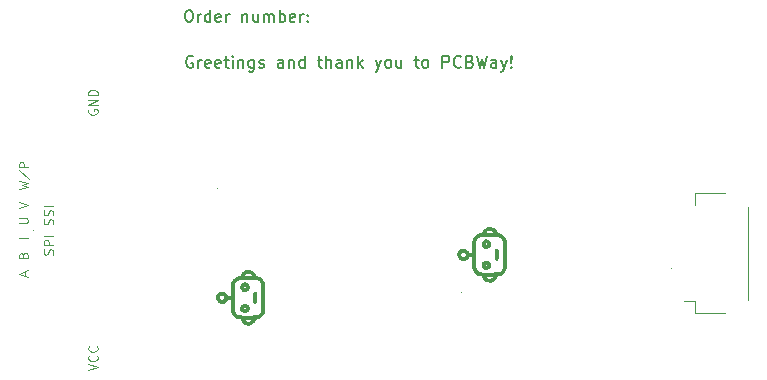
<source format=gto>
G04 #@! TF.GenerationSoftware,KiCad,Pcbnew,(5.1.6-0-10_14)*
G04 #@! TF.CreationDate,2021-04-13T12:38:31+02:00*
G04 #@! TF.ProjectId,Encoder_SPI_Panel,456e636f-6465-4725-9f53-50495f50616e,rev?*
G04 #@! TF.SameCoordinates,Original*
G04 #@! TF.FileFunction,Legend,Top*
G04 #@! TF.FilePolarity,Positive*
%FSLAX46Y46*%
G04 Gerber Fmt 4.6, Leading zero omitted, Abs format (unit mm)*
G04 Created by KiCad (PCBNEW (5.1.6-0-10_14)) date 2021-04-13 12:38:31*
%MOMM*%
%LPD*%
G01*
G04 APERTURE LIST*
%ADD10C,0.150000*%
%ADD11C,0.100000*%
%ADD12C,0.120000*%
%ADD13C,0.010000*%
G04 APERTURE END LIST*
D10*
X65655714Y-22850000D02*
X65560476Y-22802380D01*
X65417619Y-22802380D01*
X65274761Y-22850000D01*
X65179523Y-22945238D01*
X65131904Y-23040476D01*
X65084285Y-23230952D01*
X65084285Y-23373809D01*
X65131904Y-23564285D01*
X65179523Y-23659523D01*
X65274761Y-23754761D01*
X65417619Y-23802380D01*
X65512857Y-23802380D01*
X65655714Y-23754761D01*
X65703333Y-23707142D01*
X65703333Y-23373809D01*
X65512857Y-23373809D01*
X66131904Y-23802380D02*
X66131904Y-23135714D01*
X66131904Y-23326190D02*
X66179523Y-23230952D01*
X66227142Y-23183333D01*
X66322380Y-23135714D01*
X66417619Y-23135714D01*
X67131904Y-23754761D02*
X67036666Y-23802380D01*
X66846190Y-23802380D01*
X66750952Y-23754761D01*
X66703333Y-23659523D01*
X66703333Y-23278571D01*
X66750952Y-23183333D01*
X66846190Y-23135714D01*
X67036666Y-23135714D01*
X67131904Y-23183333D01*
X67179523Y-23278571D01*
X67179523Y-23373809D01*
X66703333Y-23469047D01*
X67989047Y-23754761D02*
X67893809Y-23802380D01*
X67703333Y-23802380D01*
X67608095Y-23754761D01*
X67560476Y-23659523D01*
X67560476Y-23278571D01*
X67608095Y-23183333D01*
X67703333Y-23135714D01*
X67893809Y-23135714D01*
X67989047Y-23183333D01*
X68036666Y-23278571D01*
X68036666Y-23373809D01*
X67560476Y-23469047D01*
X68322380Y-23135714D02*
X68703333Y-23135714D01*
X68465238Y-22802380D02*
X68465238Y-23659523D01*
X68512857Y-23754761D01*
X68608095Y-23802380D01*
X68703333Y-23802380D01*
X69036666Y-23802380D02*
X69036666Y-23135714D01*
X69036666Y-22802380D02*
X68989047Y-22850000D01*
X69036666Y-22897619D01*
X69084285Y-22850000D01*
X69036666Y-22802380D01*
X69036666Y-22897619D01*
X69512857Y-23135714D02*
X69512857Y-23802380D01*
X69512857Y-23230952D02*
X69560476Y-23183333D01*
X69655714Y-23135714D01*
X69798571Y-23135714D01*
X69893809Y-23183333D01*
X69941428Y-23278571D01*
X69941428Y-23802380D01*
X70846190Y-23135714D02*
X70846190Y-23945238D01*
X70798571Y-24040476D01*
X70750952Y-24088095D01*
X70655714Y-24135714D01*
X70512857Y-24135714D01*
X70417619Y-24088095D01*
X70846190Y-23754761D02*
X70750952Y-23802380D01*
X70560476Y-23802380D01*
X70465238Y-23754761D01*
X70417619Y-23707142D01*
X70370000Y-23611904D01*
X70370000Y-23326190D01*
X70417619Y-23230952D01*
X70465238Y-23183333D01*
X70560476Y-23135714D01*
X70750952Y-23135714D01*
X70846190Y-23183333D01*
X71274761Y-23754761D02*
X71370000Y-23802380D01*
X71560476Y-23802380D01*
X71655714Y-23754761D01*
X71703333Y-23659523D01*
X71703333Y-23611904D01*
X71655714Y-23516666D01*
X71560476Y-23469047D01*
X71417619Y-23469047D01*
X71322380Y-23421428D01*
X71274761Y-23326190D01*
X71274761Y-23278571D01*
X71322380Y-23183333D01*
X71417619Y-23135714D01*
X71560476Y-23135714D01*
X71655714Y-23183333D01*
X73322380Y-23802380D02*
X73322380Y-23278571D01*
X73274761Y-23183333D01*
X73179523Y-23135714D01*
X72989047Y-23135714D01*
X72893809Y-23183333D01*
X73322380Y-23754761D02*
X73227142Y-23802380D01*
X72989047Y-23802380D01*
X72893809Y-23754761D01*
X72846190Y-23659523D01*
X72846190Y-23564285D01*
X72893809Y-23469047D01*
X72989047Y-23421428D01*
X73227142Y-23421428D01*
X73322380Y-23373809D01*
X73798571Y-23135714D02*
X73798571Y-23802380D01*
X73798571Y-23230952D02*
X73846190Y-23183333D01*
X73941428Y-23135714D01*
X74084285Y-23135714D01*
X74179523Y-23183333D01*
X74227142Y-23278571D01*
X74227142Y-23802380D01*
X75131904Y-23802380D02*
X75131904Y-22802380D01*
X75131904Y-23754761D02*
X75036666Y-23802380D01*
X74846190Y-23802380D01*
X74750952Y-23754761D01*
X74703333Y-23707142D01*
X74655714Y-23611904D01*
X74655714Y-23326190D01*
X74703333Y-23230952D01*
X74750952Y-23183333D01*
X74846190Y-23135714D01*
X75036666Y-23135714D01*
X75131904Y-23183333D01*
X76227142Y-23135714D02*
X76608095Y-23135714D01*
X76370000Y-22802380D02*
X76370000Y-23659523D01*
X76417619Y-23754761D01*
X76512857Y-23802380D01*
X76608095Y-23802380D01*
X76941428Y-23802380D02*
X76941428Y-22802380D01*
X77370000Y-23802380D02*
X77370000Y-23278571D01*
X77322380Y-23183333D01*
X77227142Y-23135714D01*
X77084285Y-23135714D01*
X76989047Y-23183333D01*
X76941428Y-23230952D01*
X78274761Y-23802380D02*
X78274761Y-23278571D01*
X78227142Y-23183333D01*
X78131904Y-23135714D01*
X77941428Y-23135714D01*
X77846190Y-23183333D01*
X78274761Y-23754761D02*
X78179523Y-23802380D01*
X77941428Y-23802380D01*
X77846190Y-23754761D01*
X77798571Y-23659523D01*
X77798571Y-23564285D01*
X77846190Y-23469047D01*
X77941428Y-23421428D01*
X78179523Y-23421428D01*
X78274761Y-23373809D01*
X78750952Y-23135714D02*
X78750952Y-23802380D01*
X78750952Y-23230952D02*
X78798571Y-23183333D01*
X78893809Y-23135714D01*
X79036666Y-23135714D01*
X79131904Y-23183333D01*
X79179523Y-23278571D01*
X79179523Y-23802380D01*
X79655714Y-23802380D02*
X79655714Y-22802380D01*
X79750952Y-23421428D02*
X80036666Y-23802380D01*
X80036666Y-23135714D02*
X79655714Y-23516666D01*
X81131904Y-23135714D02*
X81370000Y-23802380D01*
X81608095Y-23135714D02*
X81370000Y-23802380D01*
X81274761Y-24040476D01*
X81227142Y-24088095D01*
X81131904Y-24135714D01*
X82131904Y-23802380D02*
X82036666Y-23754761D01*
X81989047Y-23707142D01*
X81941428Y-23611904D01*
X81941428Y-23326190D01*
X81989047Y-23230952D01*
X82036666Y-23183333D01*
X82131904Y-23135714D01*
X82274761Y-23135714D01*
X82370000Y-23183333D01*
X82417619Y-23230952D01*
X82465238Y-23326190D01*
X82465238Y-23611904D01*
X82417619Y-23707142D01*
X82370000Y-23754761D01*
X82274761Y-23802380D01*
X82131904Y-23802380D01*
X83322380Y-23135714D02*
X83322380Y-23802380D01*
X82893809Y-23135714D02*
X82893809Y-23659523D01*
X82941428Y-23754761D01*
X83036666Y-23802380D01*
X83179523Y-23802380D01*
X83274761Y-23754761D01*
X83322380Y-23707142D01*
X84417619Y-23135714D02*
X84798571Y-23135714D01*
X84560476Y-22802380D02*
X84560476Y-23659523D01*
X84608095Y-23754761D01*
X84703333Y-23802380D01*
X84798571Y-23802380D01*
X85274761Y-23802380D02*
X85179523Y-23754761D01*
X85131904Y-23707142D01*
X85084285Y-23611904D01*
X85084285Y-23326190D01*
X85131904Y-23230952D01*
X85179523Y-23183333D01*
X85274761Y-23135714D01*
X85417619Y-23135714D01*
X85512857Y-23183333D01*
X85560476Y-23230952D01*
X85608095Y-23326190D01*
X85608095Y-23611904D01*
X85560476Y-23707142D01*
X85512857Y-23754761D01*
X85417619Y-23802380D01*
X85274761Y-23802380D01*
X86798571Y-23802380D02*
X86798571Y-22802380D01*
X87179523Y-22802380D01*
X87274761Y-22850000D01*
X87322380Y-22897619D01*
X87369999Y-22992857D01*
X87369999Y-23135714D01*
X87322380Y-23230952D01*
X87274761Y-23278571D01*
X87179523Y-23326190D01*
X86798571Y-23326190D01*
X88369999Y-23707142D02*
X88322380Y-23754761D01*
X88179523Y-23802380D01*
X88084285Y-23802380D01*
X87941428Y-23754761D01*
X87846190Y-23659523D01*
X87798571Y-23564285D01*
X87750952Y-23373809D01*
X87750952Y-23230952D01*
X87798571Y-23040476D01*
X87846190Y-22945238D01*
X87941428Y-22850000D01*
X88084285Y-22802380D01*
X88179523Y-22802380D01*
X88322380Y-22850000D01*
X88369999Y-22897619D01*
X89131904Y-23278571D02*
X89274761Y-23326190D01*
X89322380Y-23373809D01*
X89369999Y-23469047D01*
X89369999Y-23611904D01*
X89322380Y-23707142D01*
X89274761Y-23754761D01*
X89179523Y-23802380D01*
X88798571Y-23802380D01*
X88798571Y-22802380D01*
X89131904Y-22802380D01*
X89227142Y-22850000D01*
X89274761Y-22897619D01*
X89322380Y-22992857D01*
X89322380Y-23088095D01*
X89274761Y-23183333D01*
X89227142Y-23230952D01*
X89131904Y-23278571D01*
X88798571Y-23278571D01*
X89703333Y-22802380D02*
X89941428Y-23802380D01*
X90131904Y-23088095D01*
X90322380Y-23802380D01*
X90560476Y-22802380D01*
X91369999Y-23802380D02*
X91369999Y-23278571D01*
X91322380Y-23183333D01*
X91227142Y-23135714D01*
X91036666Y-23135714D01*
X90941428Y-23183333D01*
X91369999Y-23754761D02*
X91274761Y-23802380D01*
X91036666Y-23802380D01*
X90941428Y-23754761D01*
X90893809Y-23659523D01*
X90893809Y-23564285D01*
X90941428Y-23469047D01*
X91036666Y-23421428D01*
X91274761Y-23421428D01*
X91369999Y-23373809D01*
X91750952Y-23135714D02*
X91989047Y-23802380D01*
X92227142Y-23135714D02*
X91989047Y-23802380D01*
X91893809Y-24040476D01*
X91846190Y-24088095D01*
X91750952Y-24135714D01*
X92608095Y-23707142D02*
X92655714Y-23754761D01*
X92608095Y-23802380D01*
X92560476Y-23754761D01*
X92608095Y-23707142D01*
X92608095Y-23802380D01*
X92608095Y-23421428D02*
X92560476Y-22850000D01*
X92608095Y-22802380D01*
X92655714Y-22850000D01*
X92608095Y-23421428D01*
X92608095Y-22802380D01*
X65243809Y-18932380D02*
X65434285Y-18932380D01*
X65529523Y-18980000D01*
X65624761Y-19075238D01*
X65672380Y-19265714D01*
X65672380Y-19599047D01*
X65624761Y-19789523D01*
X65529523Y-19884761D01*
X65434285Y-19932380D01*
X65243809Y-19932380D01*
X65148571Y-19884761D01*
X65053333Y-19789523D01*
X65005714Y-19599047D01*
X65005714Y-19265714D01*
X65053333Y-19075238D01*
X65148571Y-18980000D01*
X65243809Y-18932380D01*
X66100952Y-19932380D02*
X66100952Y-19265714D01*
X66100952Y-19456190D02*
X66148571Y-19360952D01*
X66196190Y-19313333D01*
X66291428Y-19265714D01*
X66386666Y-19265714D01*
X67148571Y-19932380D02*
X67148571Y-18932380D01*
X67148571Y-19884761D02*
X67053333Y-19932380D01*
X66862857Y-19932380D01*
X66767619Y-19884761D01*
X66720000Y-19837142D01*
X66672380Y-19741904D01*
X66672380Y-19456190D01*
X66720000Y-19360952D01*
X66767619Y-19313333D01*
X66862857Y-19265714D01*
X67053333Y-19265714D01*
X67148571Y-19313333D01*
X68005714Y-19884761D02*
X67910476Y-19932380D01*
X67720000Y-19932380D01*
X67624761Y-19884761D01*
X67577142Y-19789523D01*
X67577142Y-19408571D01*
X67624761Y-19313333D01*
X67720000Y-19265714D01*
X67910476Y-19265714D01*
X68005714Y-19313333D01*
X68053333Y-19408571D01*
X68053333Y-19503809D01*
X67577142Y-19599047D01*
X68481904Y-19932380D02*
X68481904Y-19265714D01*
X68481904Y-19456190D02*
X68529523Y-19360952D01*
X68577142Y-19313333D01*
X68672380Y-19265714D01*
X68767619Y-19265714D01*
X69862857Y-19265714D02*
X69862857Y-19932380D01*
X69862857Y-19360952D02*
X69910476Y-19313333D01*
X70005714Y-19265714D01*
X70148571Y-19265714D01*
X70243809Y-19313333D01*
X70291428Y-19408571D01*
X70291428Y-19932380D01*
X71196190Y-19265714D02*
X71196190Y-19932380D01*
X70767619Y-19265714D02*
X70767619Y-19789523D01*
X70815238Y-19884761D01*
X70910476Y-19932380D01*
X71053333Y-19932380D01*
X71148571Y-19884761D01*
X71196190Y-19837142D01*
X71672380Y-19932380D02*
X71672380Y-19265714D01*
X71672380Y-19360952D02*
X71720000Y-19313333D01*
X71815238Y-19265714D01*
X71958095Y-19265714D01*
X72053333Y-19313333D01*
X72100952Y-19408571D01*
X72100952Y-19932380D01*
X72100952Y-19408571D02*
X72148571Y-19313333D01*
X72243809Y-19265714D01*
X72386666Y-19265714D01*
X72481904Y-19313333D01*
X72529523Y-19408571D01*
X72529523Y-19932380D01*
X73005714Y-19932380D02*
X73005714Y-18932380D01*
X73005714Y-19313333D02*
X73100952Y-19265714D01*
X73291428Y-19265714D01*
X73386666Y-19313333D01*
X73434285Y-19360952D01*
X73481904Y-19456190D01*
X73481904Y-19741904D01*
X73434285Y-19837142D01*
X73386666Y-19884761D01*
X73291428Y-19932380D01*
X73100952Y-19932380D01*
X73005714Y-19884761D01*
X74291428Y-19884761D02*
X74196190Y-19932380D01*
X74005714Y-19932380D01*
X73910476Y-19884761D01*
X73862857Y-19789523D01*
X73862857Y-19408571D01*
X73910476Y-19313333D01*
X74005714Y-19265714D01*
X74196190Y-19265714D01*
X74291428Y-19313333D01*
X74339047Y-19408571D01*
X74339047Y-19503809D01*
X73862857Y-19599047D01*
X74767619Y-19932380D02*
X74767619Y-19265714D01*
X74767619Y-19456190D02*
X74815238Y-19360952D01*
X74862857Y-19313333D01*
X74958095Y-19265714D01*
X75053333Y-19265714D01*
X75386666Y-19837142D02*
X75434285Y-19884761D01*
X75386666Y-19932380D01*
X75339047Y-19884761D01*
X75386666Y-19837142D01*
X75386666Y-19932380D01*
X75386666Y-19313333D02*
X75434285Y-19360952D01*
X75386666Y-19408571D01*
X75339047Y-19360952D01*
X75386666Y-19313333D01*
X75386666Y-19408571D01*
D11*
X51467062Y-41420426D02*
X51467062Y-41039473D01*
X51667062Y-41496616D02*
X50967062Y-41229950D01*
X51667062Y-40963283D01*
X51300396Y-39662807D02*
X51333729Y-39548521D01*
X51367062Y-39510426D01*
X51433729Y-39472330D01*
X51533729Y-39472330D01*
X51600396Y-39510426D01*
X51633729Y-39548521D01*
X51667062Y-39624711D01*
X51667062Y-39929473D01*
X50967062Y-39929473D01*
X50967062Y-39662807D01*
X51000396Y-39586616D01*
X51033729Y-39548521D01*
X51100396Y-39510426D01*
X51167062Y-39510426D01*
X51233729Y-39548521D01*
X51267062Y-39586616D01*
X51300396Y-39662807D01*
X51300396Y-39929473D01*
X51667062Y-38229950D02*
X50967062Y-38229950D01*
X50977062Y-35666616D02*
X51677062Y-35399950D01*
X50977062Y-35133283D01*
X50977062Y-36978521D02*
X51543729Y-36978521D01*
X51610396Y-36940426D01*
X51643729Y-36902330D01*
X51677062Y-36826140D01*
X51677062Y-36673759D01*
X51643729Y-36597569D01*
X51610396Y-36559473D01*
X51543729Y-36521378D01*
X50977062Y-36521378D01*
X50967062Y-34060664D02*
X51667062Y-33870188D01*
X51167062Y-33717807D01*
X51667062Y-33565426D01*
X50967062Y-33374950D01*
X50933729Y-32498759D02*
X51833729Y-33184473D01*
X51667062Y-32232092D02*
X50967062Y-32232092D01*
X50967062Y-31927330D01*
X51000396Y-31851140D01*
X51033729Y-31813045D01*
X51100396Y-31774950D01*
X51200396Y-31774950D01*
X51267062Y-31813045D01*
X51300396Y-31851140D01*
X51333729Y-31927330D01*
X51333729Y-32232092D01*
X56840396Y-27339473D02*
X56802300Y-27415664D01*
X56802300Y-27529950D01*
X56840396Y-27644235D01*
X56916586Y-27720426D01*
X56992776Y-27758521D01*
X57145157Y-27796616D01*
X57259443Y-27796616D01*
X57411824Y-27758521D01*
X57488015Y-27720426D01*
X57564205Y-27644235D01*
X57602300Y-27529950D01*
X57602300Y-27453759D01*
X57564205Y-27339473D01*
X57526110Y-27301378D01*
X57259443Y-27301378D01*
X57259443Y-27453759D01*
X57602300Y-26958521D02*
X56802300Y-26958521D01*
X57602300Y-26501378D01*
X56802300Y-26501378D01*
X57602300Y-26120426D02*
X56802300Y-26120426D01*
X56802300Y-25929950D01*
X56840396Y-25815664D01*
X56916586Y-25739473D01*
X56992776Y-25701378D01*
X57145157Y-25663283D01*
X57259443Y-25663283D01*
X57411824Y-25701378D01*
X57488015Y-25739473D01*
X57564205Y-25815664D01*
X57602300Y-25929950D01*
X57602300Y-26120426D01*
X56802300Y-49426616D02*
X57602300Y-49159950D01*
X56802300Y-48893283D01*
X57526110Y-48169473D02*
X57564205Y-48207569D01*
X57602300Y-48321854D01*
X57602300Y-48398045D01*
X57564205Y-48512330D01*
X57488015Y-48588521D01*
X57411824Y-48626616D01*
X57259443Y-48664711D01*
X57145157Y-48664711D01*
X56992776Y-48626616D01*
X56916586Y-48588521D01*
X56840396Y-48512330D01*
X56802300Y-48398045D01*
X56802300Y-48321854D01*
X56840396Y-48207569D01*
X56878491Y-48169473D01*
X57526110Y-47369473D02*
X57564205Y-47407569D01*
X57602300Y-47521854D01*
X57602300Y-47598045D01*
X57564205Y-47712330D01*
X57488015Y-47788521D01*
X57411824Y-47826616D01*
X57259443Y-47864711D01*
X57145157Y-47864711D01*
X56992776Y-47826616D01*
X56916586Y-47788521D01*
X56840396Y-47712330D01*
X56802300Y-47598045D01*
X56802300Y-47521854D01*
X56840396Y-47407569D01*
X56878491Y-47369473D01*
X53794205Y-39626140D02*
X53832300Y-39511854D01*
X53832300Y-39321378D01*
X53794205Y-39245188D01*
X53756110Y-39207092D01*
X53679919Y-39168997D01*
X53603729Y-39168997D01*
X53527538Y-39207092D01*
X53489443Y-39245188D01*
X53451348Y-39321378D01*
X53413253Y-39473759D01*
X53375157Y-39549950D01*
X53337062Y-39588045D01*
X53260872Y-39626140D01*
X53184681Y-39626140D01*
X53108491Y-39588045D01*
X53070396Y-39549950D01*
X53032300Y-39473759D01*
X53032300Y-39283283D01*
X53070396Y-39168997D01*
X53832300Y-38826140D02*
X53032300Y-38826140D01*
X53032300Y-38521378D01*
X53070396Y-38445188D01*
X53108491Y-38407092D01*
X53184681Y-38368997D01*
X53298967Y-38368997D01*
X53375157Y-38407092D01*
X53413253Y-38445188D01*
X53451348Y-38521378D01*
X53451348Y-38826140D01*
X53832300Y-38026140D02*
X53032300Y-38026140D01*
X53794205Y-37073759D02*
X53832300Y-36959473D01*
X53832300Y-36768997D01*
X53794205Y-36692807D01*
X53756110Y-36654711D01*
X53679919Y-36616616D01*
X53603729Y-36616616D01*
X53527538Y-36654711D01*
X53489443Y-36692807D01*
X53451348Y-36768997D01*
X53413253Y-36921378D01*
X53375157Y-36997569D01*
X53337062Y-37035664D01*
X53260872Y-37073759D01*
X53184681Y-37073759D01*
X53108491Y-37035664D01*
X53070396Y-36997569D01*
X53032300Y-36921378D01*
X53032300Y-36730902D01*
X53070396Y-36616616D01*
X53794205Y-36311854D02*
X53832300Y-36197569D01*
X53832300Y-36007092D01*
X53794205Y-35930902D01*
X53756110Y-35892807D01*
X53679919Y-35854711D01*
X53603729Y-35854711D01*
X53527538Y-35892807D01*
X53489443Y-35930902D01*
X53451348Y-36007092D01*
X53413253Y-36159473D01*
X53375157Y-36235664D01*
X53337062Y-36273759D01*
X53260872Y-36311854D01*
X53184681Y-36311854D01*
X53108491Y-36273759D01*
X53070396Y-36235664D01*
X53032300Y-36159473D01*
X53032300Y-35968997D01*
X53070396Y-35854711D01*
X53832300Y-35511854D02*
X53032300Y-35511854D01*
X106223450Y-40774950D02*
G75*
G03*
X106223450Y-40774950I-50000J0D01*
G01*
D12*
X110718450Y-44609950D02*
X108218450Y-44609950D01*
X108218450Y-44609950D02*
X108218450Y-43559950D01*
X108218450Y-43559950D02*
X107228450Y-43559950D01*
X110718450Y-34389950D02*
X108218450Y-34389950D01*
X108218450Y-34389950D02*
X108218450Y-35439950D01*
X112688450Y-43439950D02*
X112688450Y-35559950D01*
D11*
X88463051Y-42799999D02*
G75*
G03*
X88463051Y-42799999I-50000J0D01*
G01*
D13*
G36*
X90117974Y-38613561D02*
G01*
X90147068Y-38539637D01*
X90191770Y-38472407D01*
X90223817Y-38438501D01*
X90273355Y-38396951D01*
X90320235Y-38369317D01*
X90370772Y-38353195D01*
X90431280Y-38346187D01*
X90468811Y-38345346D01*
X90517997Y-38346088D01*
X90553808Y-38349248D01*
X90583152Y-38356035D01*
X90612939Y-38367658D01*
X90623207Y-38372369D01*
X90691301Y-38414818D01*
X90750312Y-38472425D01*
X90795508Y-38540495D01*
X90798214Y-38545903D01*
X90819223Y-38605522D01*
X90830424Y-38673895D01*
X90831162Y-38742835D01*
X90820777Y-38804154D01*
X90819333Y-38808839D01*
X90785500Y-38882285D01*
X90735414Y-38948050D01*
X90672773Y-39002315D01*
X90601274Y-39041265D01*
X90590073Y-39045529D01*
X90530714Y-39058811D01*
X90467159Y-39061280D01*
X90467159Y-38812599D01*
X90503754Y-38809867D01*
X90529330Y-38799786D01*
X90544415Y-38787759D01*
X90571279Y-38750260D01*
X90582246Y-38706748D01*
X90576956Y-38662929D01*
X90555049Y-38624507D01*
X90554744Y-38624168D01*
X90519168Y-38598177D01*
X90477623Y-38587926D01*
X90435571Y-38592993D01*
X90398476Y-38612956D01*
X90376923Y-38637893D01*
X90358844Y-38684254D01*
X90360103Y-38729981D01*
X90380482Y-38771917D01*
X90386697Y-38779419D01*
X90407846Y-38799964D01*
X90428834Y-38809739D01*
X90458868Y-38812542D01*
X90467159Y-38812599D01*
X90467159Y-39061280D01*
X90462315Y-39061469D01*
X90392828Y-39054026D01*
X90330203Y-39037001D01*
X90307716Y-39027044D01*
X90236567Y-38979486D01*
X90179068Y-38917548D01*
X90136555Y-38843013D01*
X90112007Y-38765695D01*
X90105837Y-38690229D01*
X90117974Y-38613561D01*
G37*
X90117974Y-38613561D02*
X90147068Y-38539637D01*
X90191770Y-38472407D01*
X90223817Y-38438501D01*
X90273355Y-38396951D01*
X90320235Y-38369317D01*
X90370772Y-38353195D01*
X90431280Y-38346187D01*
X90468811Y-38345346D01*
X90517997Y-38346088D01*
X90553808Y-38349248D01*
X90583152Y-38356035D01*
X90612939Y-38367658D01*
X90623207Y-38372369D01*
X90691301Y-38414818D01*
X90750312Y-38472425D01*
X90795508Y-38540495D01*
X90798214Y-38545903D01*
X90819223Y-38605522D01*
X90830424Y-38673895D01*
X90831162Y-38742835D01*
X90820777Y-38804154D01*
X90819333Y-38808839D01*
X90785500Y-38882285D01*
X90735414Y-38948050D01*
X90672773Y-39002315D01*
X90601274Y-39041265D01*
X90590073Y-39045529D01*
X90530714Y-39058811D01*
X90467159Y-39061280D01*
X90467159Y-38812599D01*
X90503754Y-38809867D01*
X90529330Y-38799786D01*
X90544415Y-38787759D01*
X90571279Y-38750260D01*
X90582246Y-38706748D01*
X90576956Y-38662929D01*
X90555049Y-38624507D01*
X90554744Y-38624168D01*
X90519168Y-38598177D01*
X90477623Y-38587926D01*
X90435571Y-38592993D01*
X90398476Y-38612956D01*
X90376923Y-38637893D01*
X90358844Y-38684254D01*
X90360103Y-38729981D01*
X90380482Y-38771917D01*
X90386697Y-38779419D01*
X90407846Y-38799964D01*
X90428834Y-38809739D01*
X90458868Y-38812542D01*
X90467159Y-38812599D01*
X90467159Y-39061280D01*
X90462315Y-39061469D01*
X90392828Y-39054026D01*
X90330203Y-39037001D01*
X90307716Y-39027044D01*
X90236567Y-38979486D01*
X90179068Y-38917548D01*
X90136555Y-38843013D01*
X90112007Y-38765695D01*
X90105837Y-38690229D01*
X90117974Y-38613561D01*
G36*
X90109792Y-40452963D02*
G01*
X90114697Y-40417724D01*
X90125372Y-40384162D01*
X90140325Y-40350303D01*
X90186805Y-40273758D01*
X90247041Y-40212126D01*
X90308444Y-40171846D01*
X90334850Y-40158896D01*
X90358623Y-40150619D01*
X90385585Y-40145989D01*
X90421560Y-40143979D01*
X90468811Y-40143559D01*
X90517527Y-40143919D01*
X90551955Y-40145818D01*
X90578124Y-40150485D01*
X90602062Y-40159148D01*
X90629800Y-40173037D01*
X90639763Y-40178407D01*
X90711279Y-40227832D01*
X90767136Y-40289347D01*
X90806275Y-40361288D01*
X90827636Y-40441997D01*
X90831060Y-40478284D01*
X90830828Y-40522976D01*
X90826866Y-40567259D01*
X90821153Y-40596901D01*
X90789751Y-40671872D01*
X90741520Y-40738465D01*
X90679198Y-40793764D01*
X90605526Y-40834860D01*
X90592280Y-40840145D01*
X90531225Y-40854920D01*
X90482973Y-40857528D01*
X90482973Y-40611774D01*
X90522447Y-40600460D01*
X90553665Y-40576343D01*
X90574547Y-40542975D01*
X90583017Y-40503904D01*
X90576998Y-40462680D01*
X90554411Y-40422854D01*
X90548708Y-40416408D01*
X90513967Y-40392326D01*
X90474381Y-40384474D01*
X90434470Y-40391049D01*
X90398752Y-40410247D01*
X90371745Y-40440264D01*
X90357967Y-40479297D01*
X90357088Y-40492910D01*
X90365939Y-40540382D01*
X90390566Y-40578564D01*
X90428243Y-40603587D01*
X90437318Y-40606737D01*
X90482973Y-40611774D01*
X90482973Y-40857528D01*
X90461590Y-40858685D01*
X90391703Y-40851703D01*
X90329892Y-40834235D01*
X90324023Y-40831720D01*
X90267299Y-40797753D01*
X90212808Y-40749679D01*
X90166384Y-40693385D01*
X90137709Y-40643659D01*
X90121743Y-40604495D01*
X90112857Y-40569084D01*
X90109175Y-40528074D01*
X90108685Y-40499159D01*
X90109792Y-40452963D01*
G37*
X90109792Y-40452963D02*
X90114697Y-40417724D01*
X90125372Y-40384162D01*
X90140325Y-40350303D01*
X90186805Y-40273758D01*
X90247041Y-40212126D01*
X90308444Y-40171846D01*
X90334850Y-40158896D01*
X90358623Y-40150619D01*
X90385585Y-40145989D01*
X90421560Y-40143979D01*
X90468811Y-40143559D01*
X90517527Y-40143919D01*
X90551955Y-40145818D01*
X90578124Y-40150485D01*
X90602062Y-40159148D01*
X90629800Y-40173037D01*
X90639763Y-40178407D01*
X90711279Y-40227832D01*
X90767136Y-40289347D01*
X90806275Y-40361288D01*
X90827636Y-40441997D01*
X90831060Y-40478284D01*
X90830828Y-40522976D01*
X90826866Y-40567259D01*
X90821153Y-40596901D01*
X90789751Y-40671872D01*
X90741520Y-40738465D01*
X90679198Y-40793764D01*
X90605526Y-40834860D01*
X90592280Y-40840145D01*
X90531225Y-40854920D01*
X90482973Y-40857528D01*
X90482973Y-40611774D01*
X90522447Y-40600460D01*
X90553665Y-40576343D01*
X90574547Y-40542975D01*
X90583017Y-40503904D01*
X90576998Y-40462680D01*
X90554411Y-40422854D01*
X90548708Y-40416408D01*
X90513967Y-40392326D01*
X90474381Y-40384474D01*
X90434470Y-40391049D01*
X90398752Y-40410247D01*
X90371745Y-40440264D01*
X90357967Y-40479297D01*
X90357088Y-40492910D01*
X90365939Y-40540382D01*
X90390566Y-40578564D01*
X90428243Y-40603587D01*
X90437318Y-40606737D01*
X90482973Y-40611774D01*
X90482973Y-40857528D01*
X90461590Y-40858685D01*
X90391703Y-40851703D01*
X90329892Y-40834235D01*
X90324023Y-40831720D01*
X90267299Y-40797753D01*
X90212808Y-40749679D01*
X90166384Y-40693385D01*
X90137709Y-40643659D01*
X90121743Y-40604495D01*
X90112857Y-40569084D01*
X90109175Y-40528074D01*
X90108685Y-40499159D01*
X90109792Y-40452963D01*
G36*
X91211125Y-39490351D02*
G01*
X91212046Y-39418022D01*
X91213445Y-39353171D01*
X91215324Y-39298888D01*
X91217681Y-39258259D01*
X91220517Y-39234374D01*
X91221004Y-39232353D01*
X91242804Y-39188585D01*
X91278306Y-39158082D01*
X91323888Y-39143606D01*
X91338419Y-39142799D01*
X91370627Y-39145700D01*
X91396364Y-39157160D01*
X91421460Y-39177569D01*
X91459411Y-39212339D01*
X91461913Y-39586509D01*
X91462474Y-39686108D01*
X91462650Y-39767410D01*
X91462377Y-39832437D01*
X91461591Y-39883211D01*
X91460225Y-39921752D01*
X91458215Y-39950082D01*
X91455497Y-39970223D01*
X91452006Y-39984194D01*
X91448921Y-39991681D01*
X91420861Y-40027255D01*
X91382110Y-40049563D01*
X91338101Y-40057457D01*
X91294273Y-40049785D01*
X91262367Y-40031146D01*
X91238689Y-40003630D01*
X91222058Y-39971099D01*
X91221004Y-39967646D01*
X91218093Y-39946659D01*
X91215661Y-39908446D01*
X91213707Y-39856095D01*
X91212233Y-39792693D01*
X91211237Y-39721330D01*
X91210721Y-39645093D01*
X91210684Y-39567071D01*
X91211125Y-39490351D01*
G37*
X91211125Y-39490351D02*
X91212046Y-39418022D01*
X91213445Y-39353171D01*
X91215324Y-39298888D01*
X91217681Y-39258259D01*
X91220517Y-39234374D01*
X91221004Y-39232353D01*
X91242804Y-39188585D01*
X91278306Y-39158082D01*
X91323888Y-39143606D01*
X91338419Y-39142799D01*
X91370627Y-39145700D01*
X91396364Y-39157160D01*
X91421460Y-39177569D01*
X91459411Y-39212339D01*
X91461913Y-39586509D01*
X91462474Y-39686108D01*
X91462650Y-39767410D01*
X91462377Y-39832437D01*
X91461591Y-39883211D01*
X91460225Y-39921752D01*
X91458215Y-39950082D01*
X91455497Y-39970223D01*
X91452006Y-39984194D01*
X91448921Y-39991681D01*
X91420861Y-40027255D01*
X91382110Y-40049563D01*
X91338101Y-40057457D01*
X91294273Y-40049785D01*
X91262367Y-40031146D01*
X91238689Y-40003630D01*
X91222058Y-39971099D01*
X91221004Y-39967646D01*
X91218093Y-39946659D01*
X91215661Y-39908446D01*
X91213707Y-39856095D01*
X91212233Y-39792693D01*
X91211237Y-39721330D01*
X91210721Y-39645093D01*
X91210684Y-39567071D01*
X91211125Y-39490351D01*
G36*
X88069778Y-39502186D02*
G01*
X88096805Y-39413507D01*
X88142521Y-39331785D01*
X88207475Y-39255779D01*
X88216864Y-39246722D01*
X88285086Y-39191879D01*
X88357420Y-39153869D01*
X88437302Y-39131499D01*
X88528168Y-39123571D01*
X88568883Y-39124197D01*
X88617727Y-39126855D01*
X88653854Y-39131414D01*
X88684866Y-39139704D01*
X88718364Y-39153556D01*
X88745951Y-39166844D01*
X88829988Y-39218049D01*
X88898436Y-39281544D01*
X88953169Y-39359228D01*
X88972491Y-39396485D01*
X89010851Y-39477528D01*
X89170871Y-39477804D01*
X89330891Y-39478079D01*
X89331067Y-38982779D01*
X89331191Y-38860904D01*
X89331574Y-38757361D01*
X89332370Y-38670164D01*
X89333734Y-38597327D01*
X89335820Y-38536862D01*
X89338784Y-38486784D01*
X89342779Y-38445105D01*
X89347962Y-38409839D01*
X89354485Y-38378998D01*
X89362505Y-38350597D01*
X89372175Y-38322648D01*
X89383652Y-38293165D01*
X89385041Y-38289718D01*
X89425892Y-38202870D01*
X89475660Y-38125589D01*
X89539076Y-38050755D01*
X89554411Y-38034846D01*
X89648714Y-37952439D01*
X89751687Y-37888406D01*
X89847196Y-37848030D01*
X89910500Y-37830016D01*
X89982042Y-37815235D01*
X90052791Y-37805265D01*
X90112815Y-37801679D01*
X90138433Y-37800120D01*
X90150892Y-37791475D01*
X90157321Y-37769796D01*
X90158473Y-37763579D01*
X90172105Y-37716861D01*
X90196288Y-37661233D01*
X90227781Y-37602710D01*
X90263340Y-37547301D01*
X90299723Y-37501018D01*
X90300683Y-37499955D01*
X90370837Y-37433803D01*
X90452154Y-37375748D01*
X90537661Y-37330486D01*
X90573701Y-37316222D01*
X90647395Y-37297145D01*
X90731721Y-37286497D01*
X90818645Y-37284686D01*
X90900129Y-37292117D01*
X90931091Y-37298160D01*
X91034788Y-37332616D01*
X91131326Y-37384619D01*
X91218357Y-37451976D01*
X91293532Y-37532493D01*
X91354504Y-37623976D01*
X91398924Y-37724231D01*
X91404094Y-37740150D01*
X91415825Y-37771811D01*
X91427990Y-37794997D01*
X91435318Y-37802871D01*
X91451818Y-37807707D01*
X91482111Y-37813995D01*
X91519859Y-37820428D01*
X91522582Y-37820845D01*
X91631424Y-37847412D01*
X91735299Y-37892337D01*
X91832210Y-37953877D01*
X91920160Y-38030287D01*
X91997151Y-38119825D01*
X92061187Y-38220745D01*
X92110268Y-38331305D01*
X92111604Y-38335079D01*
X92140131Y-38416359D01*
X92141989Y-39574599D01*
X92142245Y-39760294D01*
X92142379Y-39926693D01*
X92142381Y-40074821D01*
X92142242Y-40205703D01*
X92141951Y-40320363D01*
X92141500Y-40419826D01*
X92140877Y-40505116D01*
X92140074Y-40577258D01*
X92139082Y-40637275D01*
X92137889Y-40686193D01*
X92136486Y-40725036D01*
X92134865Y-40754829D01*
X92133014Y-40776595D01*
X92130924Y-40791360D01*
X92130425Y-40793799D01*
X92096342Y-40904485D01*
X92045377Y-41008517D01*
X91979588Y-41103917D01*
X91901030Y-41188704D01*
X91811759Y-41260898D01*
X91713830Y-41318520D01*
X91609301Y-41359589D01*
X91522582Y-41379154D01*
X91484553Y-41385549D01*
X91453541Y-41391889D01*
X91435884Y-41396868D01*
X91435318Y-41397128D01*
X91424874Y-41410011D01*
X91412510Y-41436098D01*
X91404094Y-41459849D01*
X91369131Y-41549041D01*
X91320903Y-41630204D01*
X91256386Y-41708184D01*
X91236361Y-41728745D01*
X91151706Y-41802096D01*
X91063047Y-41856409D01*
X90968105Y-41892557D01*
X90864601Y-41911414D01*
X90764157Y-41913736D01*
X90764157Y-41669700D01*
X90844170Y-41664992D01*
X90845202Y-41664802D01*
X90934158Y-41639302D01*
X91011467Y-41598458D01*
X91066976Y-41552028D01*
X91094632Y-41520201D01*
X91120999Y-41484049D01*
X91142746Y-41448822D01*
X91156541Y-41419770D01*
X91159682Y-41405939D01*
X91149897Y-41404214D01*
X91122028Y-41402625D01*
X91078312Y-41401218D01*
X91020983Y-41400039D01*
X90952280Y-41399133D01*
X90874437Y-41398545D01*
X90789691Y-41398320D01*
X90783771Y-41398319D01*
X90698638Y-41398461D01*
X90620258Y-41398862D01*
X90550865Y-41399492D01*
X90492696Y-41400319D01*
X90491875Y-41400337D01*
X90491875Y-41142739D01*
X90638069Y-41142528D01*
X90769159Y-41142103D01*
X91500051Y-41139239D01*
X91559387Y-41115307D01*
X91653488Y-41067106D01*
X91734568Y-41004380D01*
X91801253Y-40928756D01*
X91852168Y-40841860D01*
X91885940Y-40745319D01*
X91890987Y-40722679D01*
X91892352Y-40705729D01*
X91893609Y-40670105D01*
X91894759Y-40617455D01*
X91895800Y-40549426D01*
X91896732Y-40467664D01*
X91897553Y-40373817D01*
X91898265Y-40269530D01*
X91898865Y-40156452D01*
X91899353Y-40036227D01*
X91899728Y-39910504D01*
X91899991Y-39780930D01*
X91900139Y-39649150D01*
X91900173Y-39516812D01*
X91900092Y-39385562D01*
X91899895Y-39257048D01*
X91899581Y-39132915D01*
X91899150Y-39014812D01*
X91898601Y-38904384D01*
X91897934Y-38803278D01*
X91897147Y-38713142D01*
X91896240Y-38635622D01*
X91895213Y-38572364D01*
X91894065Y-38525016D01*
X91892795Y-38495224D01*
X91891890Y-38485985D01*
X91862915Y-38385229D01*
X91816687Y-38294492D01*
X91754342Y-38215145D01*
X91677016Y-38148558D01*
X91585844Y-38096100D01*
X91559387Y-38084692D01*
X91500051Y-38060759D01*
X90777969Y-38057931D01*
X90777969Y-37801679D01*
X91161060Y-37801679D01*
X91154416Y-37778819D01*
X91145333Y-37758496D01*
X91128407Y-37728666D01*
X91110753Y-37701022D01*
X91055325Y-37635676D01*
X90989331Y-37585895D01*
X90915533Y-37551907D01*
X90836697Y-37533939D01*
X90755584Y-37532219D01*
X90674960Y-37546974D01*
X90597587Y-37578434D01*
X90526228Y-37626825D01*
X90500262Y-37650698D01*
X90477425Y-37676928D01*
X90453321Y-37709885D01*
X90431404Y-37744131D01*
X90415126Y-37774229D01*
X90407938Y-37794739D01*
X90407851Y-37796262D01*
X90417638Y-37797488D01*
X90445511Y-37798616D01*
X90489236Y-37799616D01*
X90546579Y-37800454D01*
X90615304Y-37801099D01*
X90693179Y-37801518D01*
X90777969Y-37801679D01*
X90777969Y-38057931D01*
X90769159Y-38057896D01*
X90600948Y-38057400D01*
X90453017Y-38057309D01*
X90325331Y-38057623D01*
X90217855Y-38058344D01*
X90130552Y-38059471D01*
X90063389Y-38061005D01*
X90016328Y-38062946D01*
X89989335Y-38065294D01*
X89986179Y-38065846D01*
X89896198Y-38094618D01*
X89812432Y-38141147D01*
X89737320Y-38203228D01*
X89673302Y-38278652D01*
X89622816Y-38365212D01*
X89603246Y-38412432D01*
X89579811Y-38477319D01*
X89576861Y-39539039D01*
X89576457Y-39721934D01*
X89576294Y-39891294D01*
X89576368Y-40046408D01*
X89576674Y-40186563D01*
X89577209Y-40311049D01*
X89577967Y-40419154D01*
X89578943Y-40510165D01*
X89580134Y-40583371D01*
X89581535Y-40638060D01*
X89583142Y-40673520D01*
X89584078Y-40684300D01*
X89603154Y-40779841D01*
X89636805Y-40864408D01*
X89687052Y-40942057D01*
X89743753Y-41005093D01*
X89797716Y-41048955D01*
X89863628Y-41088413D01*
X89933120Y-41118988D01*
X89984171Y-41133736D01*
X90004953Y-41136182D01*
X90042150Y-41138232D01*
X90096263Y-41139892D01*
X90167791Y-41141167D01*
X90257236Y-41142063D01*
X90365097Y-41142585D01*
X90491875Y-41142739D01*
X90491875Y-41400337D01*
X90447988Y-41401309D01*
X90418976Y-41402431D01*
X90407897Y-41403652D01*
X90407851Y-41403737D01*
X90412081Y-41415096D01*
X90422960Y-41438532D01*
X90432773Y-41458338D01*
X90477771Y-41525863D01*
X90537045Y-41582582D01*
X90606958Y-41626674D01*
X90683874Y-41656321D01*
X90764157Y-41669700D01*
X90764157Y-41913736D01*
X90753291Y-41913988D01*
X90639505Y-41900324D01*
X90535458Y-41869046D01*
X90440012Y-41819625D01*
X90352032Y-41751528D01*
X90304878Y-41704250D01*
X90265898Y-41655758D01*
X90228516Y-41598680D01*
X90195957Y-41538893D01*
X90171447Y-41482277D01*
X90158742Y-41437852D01*
X90152127Y-41401185D01*
X90064815Y-41394473D01*
X89958328Y-41381415D01*
X89864782Y-41358994D01*
X89782235Y-41327586D01*
X89675729Y-41268330D01*
X89580027Y-41192791D01*
X89497005Y-41102941D01*
X89428540Y-41000752D01*
X89385041Y-40910281D01*
X89373355Y-40880505D01*
X89363492Y-40852484D01*
X89355297Y-40824231D01*
X89348615Y-40793759D01*
X89343292Y-40759081D01*
X89339173Y-40718210D01*
X89336103Y-40669160D01*
X89333927Y-40609944D01*
X89332491Y-40538575D01*
X89331639Y-40453067D01*
X89331218Y-40351433D01*
X89331073Y-40231686D01*
X89331067Y-40217219D01*
X89330891Y-39721919D01*
X89010851Y-39722471D01*
X88972491Y-39803514D01*
X88922951Y-39887714D01*
X88860482Y-39956928D01*
X88783211Y-40013056D01*
X88745951Y-40033155D01*
X88706541Y-40051753D01*
X88674707Y-40063562D01*
X88642844Y-40070416D01*
X88603353Y-40074143D01*
X88568883Y-40075802D01*
X88559201Y-40075469D01*
X88559201Y-39832206D01*
X88591850Y-39826703D01*
X88629614Y-39812014D01*
X88632335Y-39810774D01*
X88691194Y-39773626D01*
X88734797Y-39724499D01*
X88761914Y-39666119D01*
X88771314Y-39601213D01*
X88761764Y-39532506D01*
X88760299Y-39527441D01*
X88735202Y-39475897D01*
X88694592Y-39429736D01*
X88643274Y-39394069D01*
X88628157Y-39386880D01*
X88564717Y-39369936D01*
X88501027Y-39371836D01*
X88440514Y-39391439D01*
X88386604Y-39427604D01*
X88342724Y-39479190D01*
X88340559Y-39482631D01*
X88322834Y-39514753D01*
X88313502Y-39543841D01*
X88310082Y-39579372D01*
X88309811Y-39599999D01*
X88311380Y-39641526D01*
X88317742Y-39672342D01*
X88331381Y-39701925D01*
X88340559Y-39717368D01*
X88384800Y-39770454D01*
X88441136Y-39808182D01*
X88506495Y-39828623D01*
X88520551Y-39830485D01*
X88559201Y-39832206D01*
X88559201Y-40075469D01*
X88468243Y-40072335D01*
X88379003Y-40052824D01*
X88299166Y-40016504D01*
X88226732Y-39962608D01*
X88196525Y-39932952D01*
X88135530Y-39857648D01*
X88093494Y-39779660D01*
X88069068Y-39695662D01*
X88060899Y-39602331D01*
X88060890Y-39599061D01*
X88069778Y-39502186D01*
G37*
X88069778Y-39502186D02*
X88096805Y-39413507D01*
X88142521Y-39331785D01*
X88207475Y-39255779D01*
X88216864Y-39246722D01*
X88285086Y-39191879D01*
X88357420Y-39153869D01*
X88437302Y-39131499D01*
X88528168Y-39123571D01*
X88568883Y-39124197D01*
X88617727Y-39126855D01*
X88653854Y-39131414D01*
X88684866Y-39139704D01*
X88718364Y-39153556D01*
X88745951Y-39166844D01*
X88829988Y-39218049D01*
X88898436Y-39281544D01*
X88953169Y-39359228D01*
X88972491Y-39396485D01*
X89010851Y-39477528D01*
X89170871Y-39477804D01*
X89330891Y-39478079D01*
X89331067Y-38982779D01*
X89331191Y-38860904D01*
X89331574Y-38757361D01*
X89332370Y-38670164D01*
X89333734Y-38597327D01*
X89335820Y-38536862D01*
X89338784Y-38486784D01*
X89342779Y-38445105D01*
X89347962Y-38409839D01*
X89354485Y-38378998D01*
X89362505Y-38350597D01*
X89372175Y-38322648D01*
X89383652Y-38293165D01*
X89385041Y-38289718D01*
X89425892Y-38202870D01*
X89475660Y-38125589D01*
X89539076Y-38050755D01*
X89554411Y-38034846D01*
X89648714Y-37952439D01*
X89751687Y-37888406D01*
X89847196Y-37848030D01*
X89910500Y-37830016D01*
X89982042Y-37815235D01*
X90052791Y-37805265D01*
X90112815Y-37801679D01*
X90138433Y-37800120D01*
X90150892Y-37791475D01*
X90157321Y-37769796D01*
X90158473Y-37763579D01*
X90172105Y-37716861D01*
X90196288Y-37661233D01*
X90227781Y-37602710D01*
X90263340Y-37547301D01*
X90299723Y-37501018D01*
X90300683Y-37499955D01*
X90370837Y-37433803D01*
X90452154Y-37375748D01*
X90537661Y-37330486D01*
X90573701Y-37316222D01*
X90647395Y-37297145D01*
X90731721Y-37286497D01*
X90818645Y-37284686D01*
X90900129Y-37292117D01*
X90931091Y-37298160D01*
X91034788Y-37332616D01*
X91131326Y-37384619D01*
X91218357Y-37451976D01*
X91293532Y-37532493D01*
X91354504Y-37623976D01*
X91398924Y-37724231D01*
X91404094Y-37740150D01*
X91415825Y-37771811D01*
X91427990Y-37794997D01*
X91435318Y-37802871D01*
X91451818Y-37807707D01*
X91482111Y-37813995D01*
X91519859Y-37820428D01*
X91522582Y-37820845D01*
X91631424Y-37847412D01*
X91735299Y-37892337D01*
X91832210Y-37953877D01*
X91920160Y-38030287D01*
X91997151Y-38119825D01*
X92061187Y-38220745D01*
X92110268Y-38331305D01*
X92111604Y-38335079D01*
X92140131Y-38416359D01*
X92141989Y-39574599D01*
X92142245Y-39760294D01*
X92142379Y-39926693D01*
X92142381Y-40074821D01*
X92142242Y-40205703D01*
X92141951Y-40320363D01*
X92141500Y-40419826D01*
X92140877Y-40505116D01*
X92140074Y-40577258D01*
X92139082Y-40637275D01*
X92137889Y-40686193D01*
X92136486Y-40725036D01*
X92134865Y-40754829D01*
X92133014Y-40776595D01*
X92130924Y-40791360D01*
X92130425Y-40793799D01*
X92096342Y-40904485D01*
X92045377Y-41008517D01*
X91979588Y-41103917D01*
X91901030Y-41188704D01*
X91811759Y-41260898D01*
X91713830Y-41318520D01*
X91609301Y-41359589D01*
X91522582Y-41379154D01*
X91484553Y-41385549D01*
X91453541Y-41391889D01*
X91435884Y-41396868D01*
X91435318Y-41397128D01*
X91424874Y-41410011D01*
X91412510Y-41436098D01*
X91404094Y-41459849D01*
X91369131Y-41549041D01*
X91320903Y-41630204D01*
X91256386Y-41708184D01*
X91236361Y-41728745D01*
X91151706Y-41802096D01*
X91063047Y-41856409D01*
X90968105Y-41892557D01*
X90864601Y-41911414D01*
X90764157Y-41913736D01*
X90764157Y-41669700D01*
X90844170Y-41664992D01*
X90845202Y-41664802D01*
X90934158Y-41639302D01*
X91011467Y-41598458D01*
X91066976Y-41552028D01*
X91094632Y-41520201D01*
X91120999Y-41484049D01*
X91142746Y-41448822D01*
X91156541Y-41419770D01*
X91159682Y-41405939D01*
X91149897Y-41404214D01*
X91122028Y-41402625D01*
X91078312Y-41401218D01*
X91020983Y-41400039D01*
X90952280Y-41399133D01*
X90874437Y-41398545D01*
X90789691Y-41398320D01*
X90783771Y-41398319D01*
X90698638Y-41398461D01*
X90620258Y-41398862D01*
X90550865Y-41399492D01*
X90492696Y-41400319D01*
X90491875Y-41400337D01*
X90491875Y-41142739D01*
X90638069Y-41142528D01*
X90769159Y-41142103D01*
X91500051Y-41139239D01*
X91559387Y-41115307D01*
X91653488Y-41067106D01*
X91734568Y-41004380D01*
X91801253Y-40928756D01*
X91852168Y-40841860D01*
X91885940Y-40745319D01*
X91890987Y-40722679D01*
X91892352Y-40705729D01*
X91893609Y-40670105D01*
X91894759Y-40617455D01*
X91895800Y-40549426D01*
X91896732Y-40467664D01*
X91897553Y-40373817D01*
X91898265Y-40269530D01*
X91898865Y-40156452D01*
X91899353Y-40036227D01*
X91899728Y-39910504D01*
X91899991Y-39780930D01*
X91900139Y-39649150D01*
X91900173Y-39516812D01*
X91900092Y-39385562D01*
X91899895Y-39257048D01*
X91899581Y-39132915D01*
X91899150Y-39014812D01*
X91898601Y-38904384D01*
X91897934Y-38803278D01*
X91897147Y-38713142D01*
X91896240Y-38635622D01*
X91895213Y-38572364D01*
X91894065Y-38525016D01*
X91892795Y-38495224D01*
X91891890Y-38485985D01*
X91862915Y-38385229D01*
X91816687Y-38294492D01*
X91754342Y-38215145D01*
X91677016Y-38148558D01*
X91585844Y-38096100D01*
X91559387Y-38084692D01*
X91500051Y-38060759D01*
X90777969Y-38057931D01*
X90777969Y-37801679D01*
X91161060Y-37801679D01*
X91154416Y-37778819D01*
X91145333Y-37758496D01*
X91128407Y-37728666D01*
X91110753Y-37701022D01*
X91055325Y-37635676D01*
X90989331Y-37585895D01*
X90915533Y-37551907D01*
X90836697Y-37533939D01*
X90755584Y-37532219D01*
X90674960Y-37546974D01*
X90597587Y-37578434D01*
X90526228Y-37626825D01*
X90500262Y-37650698D01*
X90477425Y-37676928D01*
X90453321Y-37709885D01*
X90431404Y-37744131D01*
X90415126Y-37774229D01*
X90407938Y-37794739D01*
X90407851Y-37796262D01*
X90417638Y-37797488D01*
X90445511Y-37798616D01*
X90489236Y-37799616D01*
X90546579Y-37800454D01*
X90615304Y-37801099D01*
X90693179Y-37801518D01*
X90777969Y-37801679D01*
X90777969Y-38057931D01*
X90769159Y-38057896D01*
X90600948Y-38057400D01*
X90453017Y-38057309D01*
X90325331Y-38057623D01*
X90217855Y-38058344D01*
X90130552Y-38059471D01*
X90063389Y-38061005D01*
X90016328Y-38062946D01*
X89989335Y-38065294D01*
X89986179Y-38065846D01*
X89896198Y-38094618D01*
X89812432Y-38141147D01*
X89737320Y-38203228D01*
X89673302Y-38278652D01*
X89622816Y-38365212D01*
X89603246Y-38412432D01*
X89579811Y-38477319D01*
X89576861Y-39539039D01*
X89576457Y-39721934D01*
X89576294Y-39891294D01*
X89576368Y-40046408D01*
X89576674Y-40186563D01*
X89577209Y-40311049D01*
X89577967Y-40419154D01*
X89578943Y-40510165D01*
X89580134Y-40583371D01*
X89581535Y-40638060D01*
X89583142Y-40673520D01*
X89584078Y-40684300D01*
X89603154Y-40779841D01*
X89636805Y-40864408D01*
X89687052Y-40942057D01*
X89743753Y-41005093D01*
X89797716Y-41048955D01*
X89863628Y-41088413D01*
X89933120Y-41118988D01*
X89984171Y-41133736D01*
X90004953Y-41136182D01*
X90042150Y-41138232D01*
X90096263Y-41139892D01*
X90167791Y-41141167D01*
X90257236Y-41142063D01*
X90365097Y-41142585D01*
X90491875Y-41142739D01*
X90491875Y-41400337D01*
X90447988Y-41401309D01*
X90418976Y-41402431D01*
X90407897Y-41403652D01*
X90407851Y-41403737D01*
X90412081Y-41415096D01*
X90422960Y-41438532D01*
X90432773Y-41458338D01*
X90477771Y-41525863D01*
X90537045Y-41582582D01*
X90606958Y-41626674D01*
X90683874Y-41656321D01*
X90764157Y-41669700D01*
X90764157Y-41913736D01*
X90753291Y-41913988D01*
X90639505Y-41900324D01*
X90535458Y-41869046D01*
X90440012Y-41819625D01*
X90352032Y-41751528D01*
X90304878Y-41704250D01*
X90265898Y-41655758D01*
X90228516Y-41598680D01*
X90195957Y-41538893D01*
X90171447Y-41482277D01*
X90158742Y-41437852D01*
X90152127Y-41401185D01*
X90064815Y-41394473D01*
X89958328Y-41381415D01*
X89864782Y-41358994D01*
X89782235Y-41327586D01*
X89675729Y-41268330D01*
X89580027Y-41192791D01*
X89497005Y-41102941D01*
X89428540Y-41000752D01*
X89385041Y-40910281D01*
X89373355Y-40880505D01*
X89363492Y-40852484D01*
X89355297Y-40824231D01*
X89348615Y-40793759D01*
X89343292Y-40759081D01*
X89339173Y-40718210D01*
X89336103Y-40669160D01*
X89333927Y-40609944D01*
X89332491Y-40538575D01*
X89331639Y-40453067D01*
X89331218Y-40351433D01*
X89331073Y-40231686D01*
X89331067Y-40217219D01*
X89330891Y-39721919D01*
X89010851Y-39722471D01*
X88972491Y-39803514D01*
X88922951Y-39887714D01*
X88860482Y-39956928D01*
X88783211Y-40013056D01*
X88745951Y-40033155D01*
X88706541Y-40051753D01*
X88674707Y-40063562D01*
X88642844Y-40070416D01*
X88603353Y-40074143D01*
X88568883Y-40075802D01*
X88559201Y-40075469D01*
X88559201Y-39832206D01*
X88591850Y-39826703D01*
X88629614Y-39812014D01*
X88632335Y-39810774D01*
X88691194Y-39773626D01*
X88734797Y-39724499D01*
X88761914Y-39666119D01*
X88771314Y-39601213D01*
X88761764Y-39532506D01*
X88760299Y-39527441D01*
X88735202Y-39475897D01*
X88694592Y-39429736D01*
X88643274Y-39394069D01*
X88628157Y-39386880D01*
X88564717Y-39369936D01*
X88501027Y-39371836D01*
X88440514Y-39391439D01*
X88386604Y-39427604D01*
X88342724Y-39479190D01*
X88340559Y-39482631D01*
X88322834Y-39514753D01*
X88313502Y-39543841D01*
X88310082Y-39579372D01*
X88309811Y-39599999D01*
X88311380Y-39641526D01*
X88317742Y-39672342D01*
X88331381Y-39701925D01*
X88340559Y-39717368D01*
X88384800Y-39770454D01*
X88441136Y-39808182D01*
X88506495Y-39828623D01*
X88520551Y-39830485D01*
X88559201Y-39832206D01*
X88559201Y-40075469D01*
X88468243Y-40072335D01*
X88379003Y-40052824D01*
X88299166Y-40016504D01*
X88226732Y-39962608D01*
X88196525Y-39932952D01*
X88135530Y-39857648D01*
X88093494Y-39779660D01*
X88069068Y-39695662D01*
X88060899Y-39602331D01*
X88060890Y-39599061D01*
X88069778Y-39502186D01*
D11*
X67758039Y-34009999D02*
G75*
G03*
X67758039Y-34009999I-50000J0D01*
G01*
D13*
G36*
X69677962Y-42253561D02*
G01*
X69707056Y-42179637D01*
X69751758Y-42112407D01*
X69783805Y-42078501D01*
X69833343Y-42036951D01*
X69880223Y-42009317D01*
X69930760Y-41993195D01*
X69991268Y-41986187D01*
X70028799Y-41985346D01*
X70077985Y-41986088D01*
X70113796Y-41989248D01*
X70143140Y-41996035D01*
X70172927Y-42007658D01*
X70183195Y-42012369D01*
X70251289Y-42054818D01*
X70310300Y-42112425D01*
X70355496Y-42180495D01*
X70358202Y-42185903D01*
X70379211Y-42245522D01*
X70390412Y-42313895D01*
X70391150Y-42382835D01*
X70380765Y-42444154D01*
X70379321Y-42448839D01*
X70345488Y-42522285D01*
X70295402Y-42588050D01*
X70232761Y-42642315D01*
X70161262Y-42681265D01*
X70150061Y-42685529D01*
X70090702Y-42698811D01*
X70027147Y-42701280D01*
X70027147Y-42452599D01*
X70063742Y-42449867D01*
X70089318Y-42439786D01*
X70104403Y-42427759D01*
X70131267Y-42390260D01*
X70142234Y-42346748D01*
X70136944Y-42302929D01*
X70115037Y-42264507D01*
X70114732Y-42264168D01*
X70079156Y-42238177D01*
X70037611Y-42227926D01*
X69995559Y-42232993D01*
X69958464Y-42252956D01*
X69936911Y-42277893D01*
X69918832Y-42324254D01*
X69920091Y-42369981D01*
X69940470Y-42411917D01*
X69946685Y-42419419D01*
X69967834Y-42439964D01*
X69988822Y-42449739D01*
X70018856Y-42452542D01*
X70027147Y-42452599D01*
X70027147Y-42701280D01*
X70022303Y-42701469D01*
X69952816Y-42694026D01*
X69890191Y-42677001D01*
X69867704Y-42667044D01*
X69796555Y-42619486D01*
X69739056Y-42557548D01*
X69696543Y-42483013D01*
X69671995Y-42405695D01*
X69665825Y-42330229D01*
X69677962Y-42253561D01*
G37*
X69677962Y-42253561D02*
X69707056Y-42179637D01*
X69751758Y-42112407D01*
X69783805Y-42078501D01*
X69833343Y-42036951D01*
X69880223Y-42009317D01*
X69930760Y-41993195D01*
X69991268Y-41986187D01*
X70028799Y-41985346D01*
X70077985Y-41986088D01*
X70113796Y-41989248D01*
X70143140Y-41996035D01*
X70172927Y-42007658D01*
X70183195Y-42012369D01*
X70251289Y-42054818D01*
X70310300Y-42112425D01*
X70355496Y-42180495D01*
X70358202Y-42185903D01*
X70379211Y-42245522D01*
X70390412Y-42313895D01*
X70391150Y-42382835D01*
X70380765Y-42444154D01*
X70379321Y-42448839D01*
X70345488Y-42522285D01*
X70295402Y-42588050D01*
X70232761Y-42642315D01*
X70161262Y-42681265D01*
X70150061Y-42685529D01*
X70090702Y-42698811D01*
X70027147Y-42701280D01*
X70027147Y-42452599D01*
X70063742Y-42449867D01*
X70089318Y-42439786D01*
X70104403Y-42427759D01*
X70131267Y-42390260D01*
X70142234Y-42346748D01*
X70136944Y-42302929D01*
X70115037Y-42264507D01*
X70114732Y-42264168D01*
X70079156Y-42238177D01*
X70037611Y-42227926D01*
X69995559Y-42232993D01*
X69958464Y-42252956D01*
X69936911Y-42277893D01*
X69918832Y-42324254D01*
X69920091Y-42369981D01*
X69940470Y-42411917D01*
X69946685Y-42419419D01*
X69967834Y-42439964D01*
X69988822Y-42449739D01*
X70018856Y-42452542D01*
X70027147Y-42452599D01*
X70027147Y-42701280D01*
X70022303Y-42701469D01*
X69952816Y-42694026D01*
X69890191Y-42677001D01*
X69867704Y-42667044D01*
X69796555Y-42619486D01*
X69739056Y-42557548D01*
X69696543Y-42483013D01*
X69671995Y-42405695D01*
X69665825Y-42330229D01*
X69677962Y-42253561D01*
G36*
X69669780Y-44092963D02*
G01*
X69674685Y-44057724D01*
X69685360Y-44024162D01*
X69700313Y-43990303D01*
X69746793Y-43913758D01*
X69807029Y-43852126D01*
X69868432Y-43811846D01*
X69894838Y-43798896D01*
X69918611Y-43790619D01*
X69945573Y-43785989D01*
X69981548Y-43783979D01*
X70028799Y-43783559D01*
X70077515Y-43783919D01*
X70111943Y-43785818D01*
X70138112Y-43790485D01*
X70162050Y-43799148D01*
X70189788Y-43813037D01*
X70199751Y-43818407D01*
X70271267Y-43867832D01*
X70327124Y-43929347D01*
X70366263Y-44001288D01*
X70387624Y-44081997D01*
X70391048Y-44118284D01*
X70390816Y-44162976D01*
X70386854Y-44207259D01*
X70381141Y-44236901D01*
X70349739Y-44311872D01*
X70301508Y-44378465D01*
X70239186Y-44433764D01*
X70165514Y-44474860D01*
X70152268Y-44480145D01*
X70091213Y-44494920D01*
X70042961Y-44497528D01*
X70042961Y-44251774D01*
X70082435Y-44240460D01*
X70113653Y-44216343D01*
X70134535Y-44182975D01*
X70143005Y-44143904D01*
X70136986Y-44102680D01*
X70114399Y-44062854D01*
X70108696Y-44056408D01*
X70073955Y-44032326D01*
X70034369Y-44024474D01*
X69994458Y-44031049D01*
X69958740Y-44050247D01*
X69931733Y-44080264D01*
X69917955Y-44119297D01*
X69917076Y-44132910D01*
X69925927Y-44180382D01*
X69950554Y-44218564D01*
X69988231Y-44243587D01*
X69997306Y-44246737D01*
X70042961Y-44251774D01*
X70042961Y-44497528D01*
X70021578Y-44498685D01*
X69951691Y-44491703D01*
X69889880Y-44474235D01*
X69884011Y-44471720D01*
X69827287Y-44437753D01*
X69772796Y-44389679D01*
X69726372Y-44333385D01*
X69697697Y-44283659D01*
X69681731Y-44244495D01*
X69672845Y-44209084D01*
X69669163Y-44168074D01*
X69668673Y-44139159D01*
X69669780Y-44092963D01*
G37*
X69669780Y-44092963D02*
X69674685Y-44057724D01*
X69685360Y-44024162D01*
X69700313Y-43990303D01*
X69746793Y-43913758D01*
X69807029Y-43852126D01*
X69868432Y-43811846D01*
X69894838Y-43798896D01*
X69918611Y-43790619D01*
X69945573Y-43785989D01*
X69981548Y-43783979D01*
X70028799Y-43783559D01*
X70077515Y-43783919D01*
X70111943Y-43785818D01*
X70138112Y-43790485D01*
X70162050Y-43799148D01*
X70189788Y-43813037D01*
X70199751Y-43818407D01*
X70271267Y-43867832D01*
X70327124Y-43929347D01*
X70366263Y-44001288D01*
X70387624Y-44081997D01*
X70391048Y-44118284D01*
X70390816Y-44162976D01*
X70386854Y-44207259D01*
X70381141Y-44236901D01*
X70349739Y-44311872D01*
X70301508Y-44378465D01*
X70239186Y-44433764D01*
X70165514Y-44474860D01*
X70152268Y-44480145D01*
X70091213Y-44494920D01*
X70042961Y-44497528D01*
X70042961Y-44251774D01*
X70082435Y-44240460D01*
X70113653Y-44216343D01*
X70134535Y-44182975D01*
X70143005Y-44143904D01*
X70136986Y-44102680D01*
X70114399Y-44062854D01*
X70108696Y-44056408D01*
X70073955Y-44032326D01*
X70034369Y-44024474D01*
X69994458Y-44031049D01*
X69958740Y-44050247D01*
X69931733Y-44080264D01*
X69917955Y-44119297D01*
X69917076Y-44132910D01*
X69925927Y-44180382D01*
X69950554Y-44218564D01*
X69988231Y-44243587D01*
X69997306Y-44246737D01*
X70042961Y-44251774D01*
X70042961Y-44497528D01*
X70021578Y-44498685D01*
X69951691Y-44491703D01*
X69889880Y-44474235D01*
X69884011Y-44471720D01*
X69827287Y-44437753D01*
X69772796Y-44389679D01*
X69726372Y-44333385D01*
X69697697Y-44283659D01*
X69681731Y-44244495D01*
X69672845Y-44209084D01*
X69669163Y-44168074D01*
X69668673Y-44139159D01*
X69669780Y-44092963D01*
G36*
X70771113Y-43130351D02*
G01*
X70772034Y-43058022D01*
X70773433Y-42993171D01*
X70775312Y-42938888D01*
X70777669Y-42898259D01*
X70780505Y-42874374D01*
X70780992Y-42872353D01*
X70802792Y-42828585D01*
X70838294Y-42798082D01*
X70883876Y-42783606D01*
X70898407Y-42782799D01*
X70930615Y-42785700D01*
X70956352Y-42797160D01*
X70981448Y-42817569D01*
X71019399Y-42852339D01*
X71021901Y-43226509D01*
X71022462Y-43326108D01*
X71022638Y-43407410D01*
X71022365Y-43472437D01*
X71021579Y-43523211D01*
X71020213Y-43561752D01*
X71018203Y-43590082D01*
X71015485Y-43610223D01*
X71011994Y-43624194D01*
X71008909Y-43631681D01*
X70980849Y-43667255D01*
X70942098Y-43689563D01*
X70898089Y-43697457D01*
X70854261Y-43689785D01*
X70822355Y-43671146D01*
X70798677Y-43643630D01*
X70782046Y-43611099D01*
X70780992Y-43607646D01*
X70778081Y-43586659D01*
X70775649Y-43548446D01*
X70773695Y-43496095D01*
X70772221Y-43432693D01*
X70771225Y-43361330D01*
X70770709Y-43285093D01*
X70770672Y-43207071D01*
X70771113Y-43130351D01*
G37*
X70771113Y-43130351D02*
X70772034Y-43058022D01*
X70773433Y-42993171D01*
X70775312Y-42938888D01*
X70777669Y-42898259D01*
X70780505Y-42874374D01*
X70780992Y-42872353D01*
X70802792Y-42828585D01*
X70838294Y-42798082D01*
X70883876Y-42783606D01*
X70898407Y-42782799D01*
X70930615Y-42785700D01*
X70956352Y-42797160D01*
X70981448Y-42817569D01*
X71019399Y-42852339D01*
X71021901Y-43226509D01*
X71022462Y-43326108D01*
X71022638Y-43407410D01*
X71022365Y-43472437D01*
X71021579Y-43523211D01*
X71020213Y-43561752D01*
X71018203Y-43590082D01*
X71015485Y-43610223D01*
X71011994Y-43624194D01*
X71008909Y-43631681D01*
X70980849Y-43667255D01*
X70942098Y-43689563D01*
X70898089Y-43697457D01*
X70854261Y-43689785D01*
X70822355Y-43671146D01*
X70798677Y-43643630D01*
X70782046Y-43611099D01*
X70780992Y-43607646D01*
X70778081Y-43586659D01*
X70775649Y-43548446D01*
X70773695Y-43496095D01*
X70772221Y-43432693D01*
X70771225Y-43361330D01*
X70770709Y-43285093D01*
X70770672Y-43207071D01*
X70771113Y-43130351D01*
G36*
X67629766Y-43142186D02*
G01*
X67656793Y-43053507D01*
X67702509Y-42971785D01*
X67767463Y-42895779D01*
X67776852Y-42886722D01*
X67845074Y-42831879D01*
X67917408Y-42793869D01*
X67997290Y-42771499D01*
X68088156Y-42763571D01*
X68128871Y-42764197D01*
X68177715Y-42766855D01*
X68213842Y-42771414D01*
X68244854Y-42779704D01*
X68278352Y-42793556D01*
X68305939Y-42806844D01*
X68389976Y-42858049D01*
X68458424Y-42921544D01*
X68513157Y-42999228D01*
X68532479Y-43036485D01*
X68570839Y-43117528D01*
X68730859Y-43117804D01*
X68890879Y-43118079D01*
X68891055Y-42622779D01*
X68891179Y-42500904D01*
X68891562Y-42397361D01*
X68892358Y-42310164D01*
X68893722Y-42237327D01*
X68895808Y-42176862D01*
X68898772Y-42126784D01*
X68902767Y-42085105D01*
X68907950Y-42049839D01*
X68914473Y-42018998D01*
X68922493Y-41990597D01*
X68932163Y-41962648D01*
X68943640Y-41933165D01*
X68945029Y-41929718D01*
X68985880Y-41842870D01*
X69035648Y-41765589D01*
X69099064Y-41690755D01*
X69114399Y-41674846D01*
X69208702Y-41592439D01*
X69311675Y-41528406D01*
X69407184Y-41488030D01*
X69470488Y-41470016D01*
X69542030Y-41455235D01*
X69612779Y-41445265D01*
X69672803Y-41441679D01*
X69698421Y-41440120D01*
X69710880Y-41431475D01*
X69717309Y-41409796D01*
X69718461Y-41403579D01*
X69732093Y-41356861D01*
X69756276Y-41301233D01*
X69787769Y-41242710D01*
X69823328Y-41187301D01*
X69859711Y-41141018D01*
X69860671Y-41139955D01*
X69930825Y-41073803D01*
X70012142Y-41015748D01*
X70097649Y-40970486D01*
X70133689Y-40956222D01*
X70207383Y-40937145D01*
X70291709Y-40926497D01*
X70378633Y-40924686D01*
X70460117Y-40932117D01*
X70491079Y-40938160D01*
X70594776Y-40972616D01*
X70691314Y-41024619D01*
X70778345Y-41091976D01*
X70853520Y-41172493D01*
X70914492Y-41263976D01*
X70958912Y-41364231D01*
X70964082Y-41380150D01*
X70975813Y-41411811D01*
X70987978Y-41434997D01*
X70995306Y-41442871D01*
X71011806Y-41447707D01*
X71042099Y-41453995D01*
X71079847Y-41460428D01*
X71082570Y-41460845D01*
X71191412Y-41487412D01*
X71295287Y-41532337D01*
X71392198Y-41593877D01*
X71480148Y-41670287D01*
X71557139Y-41759825D01*
X71621175Y-41860745D01*
X71670256Y-41971305D01*
X71671592Y-41975079D01*
X71700119Y-42056359D01*
X71701977Y-43214599D01*
X71702233Y-43400294D01*
X71702367Y-43566693D01*
X71702369Y-43714821D01*
X71702230Y-43845703D01*
X71701939Y-43960363D01*
X71701488Y-44059826D01*
X71700865Y-44145116D01*
X71700062Y-44217258D01*
X71699070Y-44277275D01*
X71697877Y-44326193D01*
X71696474Y-44365036D01*
X71694853Y-44394829D01*
X71693002Y-44416595D01*
X71690912Y-44431360D01*
X71690413Y-44433799D01*
X71656330Y-44544485D01*
X71605365Y-44648517D01*
X71539576Y-44743917D01*
X71461018Y-44828704D01*
X71371747Y-44900898D01*
X71273818Y-44958520D01*
X71169289Y-44999589D01*
X71082570Y-45019154D01*
X71044541Y-45025549D01*
X71013529Y-45031889D01*
X70995872Y-45036868D01*
X70995306Y-45037128D01*
X70984862Y-45050011D01*
X70972498Y-45076098D01*
X70964082Y-45099849D01*
X70929119Y-45189041D01*
X70880891Y-45270204D01*
X70816374Y-45348184D01*
X70796349Y-45368745D01*
X70711694Y-45442096D01*
X70623035Y-45496409D01*
X70528093Y-45532557D01*
X70424589Y-45551414D01*
X70324145Y-45553736D01*
X70324145Y-45309700D01*
X70404158Y-45304992D01*
X70405190Y-45304802D01*
X70494146Y-45279302D01*
X70571455Y-45238458D01*
X70626964Y-45192028D01*
X70654620Y-45160201D01*
X70680987Y-45124049D01*
X70702734Y-45088822D01*
X70716529Y-45059770D01*
X70719670Y-45045939D01*
X70709885Y-45044214D01*
X70682016Y-45042625D01*
X70638300Y-45041218D01*
X70580971Y-45040039D01*
X70512268Y-45039133D01*
X70434425Y-45038545D01*
X70349679Y-45038320D01*
X70343759Y-45038319D01*
X70258626Y-45038461D01*
X70180246Y-45038862D01*
X70110853Y-45039492D01*
X70052684Y-45040319D01*
X70051863Y-45040337D01*
X70051863Y-44782739D01*
X70198057Y-44782528D01*
X70329147Y-44782103D01*
X71060039Y-44779239D01*
X71119375Y-44755307D01*
X71213476Y-44707106D01*
X71294556Y-44644380D01*
X71361241Y-44568756D01*
X71412156Y-44481860D01*
X71445928Y-44385319D01*
X71450975Y-44362679D01*
X71452340Y-44345729D01*
X71453597Y-44310105D01*
X71454747Y-44257455D01*
X71455788Y-44189426D01*
X71456720Y-44107664D01*
X71457541Y-44013817D01*
X71458253Y-43909530D01*
X71458853Y-43796452D01*
X71459341Y-43676227D01*
X71459716Y-43550504D01*
X71459979Y-43420930D01*
X71460127Y-43289150D01*
X71460161Y-43156812D01*
X71460080Y-43025562D01*
X71459883Y-42897048D01*
X71459569Y-42772915D01*
X71459138Y-42654812D01*
X71458589Y-42544384D01*
X71457922Y-42443278D01*
X71457135Y-42353142D01*
X71456228Y-42275622D01*
X71455201Y-42212364D01*
X71454053Y-42165016D01*
X71452783Y-42135224D01*
X71451878Y-42125985D01*
X71422903Y-42025229D01*
X71376675Y-41934492D01*
X71314330Y-41855145D01*
X71237004Y-41788558D01*
X71145832Y-41736100D01*
X71119375Y-41724692D01*
X71060039Y-41700759D01*
X70337957Y-41697931D01*
X70337957Y-41441679D01*
X70721048Y-41441679D01*
X70714404Y-41418819D01*
X70705321Y-41398496D01*
X70688395Y-41368666D01*
X70670741Y-41341022D01*
X70615313Y-41275676D01*
X70549319Y-41225895D01*
X70475521Y-41191907D01*
X70396685Y-41173939D01*
X70315572Y-41172219D01*
X70234948Y-41186974D01*
X70157575Y-41218434D01*
X70086216Y-41266825D01*
X70060250Y-41290698D01*
X70037413Y-41316928D01*
X70013309Y-41349885D01*
X69991392Y-41384131D01*
X69975114Y-41414229D01*
X69967926Y-41434739D01*
X69967839Y-41436262D01*
X69977626Y-41437488D01*
X70005499Y-41438616D01*
X70049224Y-41439616D01*
X70106567Y-41440454D01*
X70175292Y-41441099D01*
X70253167Y-41441518D01*
X70337957Y-41441679D01*
X70337957Y-41697931D01*
X70329147Y-41697896D01*
X70160936Y-41697400D01*
X70013005Y-41697309D01*
X69885319Y-41697623D01*
X69777843Y-41698344D01*
X69690540Y-41699471D01*
X69623377Y-41701005D01*
X69576316Y-41702946D01*
X69549323Y-41705294D01*
X69546167Y-41705846D01*
X69456186Y-41734618D01*
X69372420Y-41781147D01*
X69297308Y-41843228D01*
X69233290Y-41918652D01*
X69182804Y-42005212D01*
X69163234Y-42052432D01*
X69139799Y-42117319D01*
X69136849Y-43179039D01*
X69136445Y-43361934D01*
X69136282Y-43531294D01*
X69136356Y-43686408D01*
X69136662Y-43826563D01*
X69137197Y-43951049D01*
X69137955Y-44059154D01*
X69138931Y-44150165D01*
X69140122Y-44223371D01*
X69141523Y-44278060D01*
X69143130Y-44313520D01*
X69144066Y-44324300D01*
X69163142Y-44419841D01*
X69196793Y-44504408D01*
X69247040Y-44582057D01*
X69303741Y-44645093D01*
X69357704Y-44688955D01*
X69423616Y-44728413D01*
X69493108Y-44758988D01*
X69544159Y-44773736D01*
X69564941Y-44776182D01*
X69602138Y-44778232D01*
X69656251Y-44779892D01*
X69727779Y-44781167D01*
X69817224Y-44782063D01*
X69925085Y-44782585D01*
X70051863Y-44782739D01*
X70051863Y-45040337D01*
X70007976Y-45041309D01*
X69978964Y-45042431D01*
X69967885Y-45043652D01*
X69967839Y-45043737D01*
X69972069Y-45055096D01*
X69982948Y-45078532D01*
X69992761Y-45098338D01*
X70037759Y-45165863D01*
X70097033Y-45222582D01*
X70166946Y-45266674D01*
X70243862Y-45296321D01*
X70324145Y-45309700D01*
X70324145Y-45553736D01*
X70313279Y-45553988D01*
X70199493Y-45540324D01*
X70095446Y-45509046D01*
X70000000Y-45459625D01*
X69912020Y-45391528D01*
X69864866Y-45344250D01*
X69825886Y-45295758D01*
X69788504Y-45238680D01*
X69755945Y-45178893D01*
X69731435Y-45122277D01*
X69718730Y-45077852D01*
X69712115Y-45041185D01*
X69624803Y-45034473D01*
X69518316Y-45021415D01*
X69424770Y-44998994D01*
X69342223Y-44967586D01*
X69235717Y-44908330D01*
X69140015Y-44832791D01*
X69056993Y-44742941D01*
X68988528Y-44640752D01*
X68945029Y-44550281D01*
X68933343Y-44520505D01*
X68923480Y-44492484D01*
X68915285Y-44464231D01*
X68908603Y-44433759D01*
X68903280Y-44399081D01*
X68899161Y-44358210D01*
X68896091Y-44309160D01*
X68893915Y-44249944D01*
X68892479Y-44178575D01*
X68891627Y-44093067D01*
X68891206Y-43991433D01*
X68891061Y-43871686D01*
X68891055Y-43857219D01*
X68890879Y-43361919D01*
X68570839Y-43362471D01*
X68532479Y-43443514D01*
X68482939Y-43527714D01*
X68420470Y-43596928D01*
X68343199Y-43653056D01*
X68305939Y-43673155D01*
X68266529Y-43691753D01*
X68234695Y-43703562D01*
X68202832Y-43710416D01*
X68163341Y-43714143D01*
X68128871Y-43715802D01*
X68119189Y-43715469D01*
X68119189Y-43472206D01*
X68151838Y-43466703D01*
X68189602Y-43452014D01*
X68192323Y-43450774D01*
X68251182Y-43413626D01*
X68294785Y-43364499D01*
X68321902Y-43306119D01*
X68331302Y-43241213D01*
X68321752Y-43172506D01*
X68320287Y-43167441D01*
X68295190Y-43115897D01*
X68254580Y-43069736D01*
X68203262Y-43034069D01*
X68188145Y-43026880D01*
X68124705Y-43009936D01*
X68061015Y-43011836D01*
X68000502Y-43031439D01*
X67946592Y-43067604D01*
X67902712Y-43119190D01*
X67900547Y-43122631D01*
X67882822Y-43154753D01*
X67873490Y-43183841D01*
X67870070Y-43219372D01*
X67869799Y-43239999D01*
X67871368Y-43281526D01*
X67877730Y-43312342D01*
X67891369Y-43341925D01*
X67900547Y-43357368D01*
X67944788Y-43410454D01*
X68001124Y-43448182D01*
X68066483Y-43468623D01*
X68080539Y-43470485D01*
X68119189Y-43472206D01*
X68119189Y-43715469D01*
X68028231Y-43712335D01*
X67938991Y-43692824D01*
X67859154Y-43656504D01*
X67786720Y-43602608D01*
X67756513Y-43572952D01*
X67695518Y-43497648D01*
X67653482Y-43419660D01*
X67629056Y-43335662D01*
X67620887Y-43242331D01*
X67620878Y-43239061D01*
X67629766Y-43142186D01*
G37*
X67629766Y-43142186D02*
X67656793Y-43053507D01*
X67702509Y-42971785D01*
X67767463Y-42895779D01*
X67776852Y-42886722D01*
X67845074Y-42831879D01*
X67917408Y-42793869D01*
X67997290Y-42771499D01*
X68088156Y-42763571D01*
X68128871Y-42764197D01*
X68177715Y-42766855D01*
X68213842Y-42771414D01*
X68244854Y-42779704D01*
X68278352Y-42793556D01*
X68305939Y-42806844D01*
X68389976Y-42858049D01*
X68458424Y-42921544D01*
X68513157Y-42999228D01*
X68532479Y-43036485D01*
X68570839Y-43117528D01*
X68730859Y-43117804D01*
X68890879Y-43118079D01*
X68891055Y-42622779D01*
X68891179Y-42500904D01*
X68891562Y-42397361D01*
X68892358Y-42310164D01*
X68893722Y-42237327D01*
X68895808Y-42176862D01*
X68898772Y-42126784D01*
X68902767Y-42085105D01*
X68907950Y-42049839D01*
X68914473Y-42018998D01*
X68922493Y-41990597D01*
X68932163Y-41962648D01*
X68943640Y-41933165D01*
X68945029Y-41929718D01*
X68985880Y-41842870D01*
X69035648Y-41765589D01*
X69099064Y-41690755D01*
X69114399Y-41674846D01*
X69208702Y-41592439D01*
X69311675Y-41528406D01*
X69407184Y-41488030D01*
X69470488Y-41470016D01*
X69542030Y-41455235D01*
X69612779Y-41445265D01*
X69672803Y-41441679D01*
X69698421Y-41440120D01*
X69710880Y-41431475D01*
X69717309Y-41409796D01*
X69718461Y-41403579D01*
X69732093Y-41356861D01*
X69756276Y-41301233D01*
X69787769Y-41242710D01*
X69823328Y-41187301D01*
X69859711Y-41141018D01*
X69860671Y-41139955D01*
X69930825Y-41073803D01*
X70012142Y-41015748D01*
X70097649Y-40970486D01*
X70133689Y-40956222D01*
X70207383Y-40937145D01*
X70291709Y-40926497D01*
X70378633Y-40924686D01*
X70460117Y-40932117D01*
X70491079Y-40938160D01*
X70594776Y-40972616D01*
X70691314Y-41024619D01*
X70778345Y-41091976D01*
X70853520Y-41172493D01*
X70914492Y-41263976D01*
X70958912Y-41364231D01*
X70964082Y-41380150D01*
X70975813Y-41411811D01*
X70987978Y-41434997D01*
X70995306Y-41442871D01*
X71011806Y-41447707D01*
X71042099Y-41453995D01*
X71079847Y-41460428D01*
X71082570Y-41460845D01*
X71191412Y-41487412D01*
X71295287Y-41532337D01*
X71392198Y-41593877D01*
X71480148Y-41670287D01*
X71557139Y-41759825D01*
X71621175Y-41860745D01*
X71670256Y-41971305D01*
X71671592Y-41975079D01*
X71700119Y-42056359D01*
X71701977Y-43214599D01*
X71702233Y-43400294D01*
X71702367Y-43566693D01*
X71702369Y-43714821D01*
X71702230Y-43845703D01*
X71701939Y-43960363D01*
X71701488Y-44059826D01*
X71700865Y-44145116D01*
X71700062Y-44217258D01*
X71699070Y-44277275D01*
X71697877Y-44326193D01*
X71696474Y-44365036D01*
X71694853Y-44394829D01*
X71693002Y-44416595D01*
X71690912Y-44431360D01*
X71690413Y-44433799D01*
X71656330Y-44544485D01*
X71605365Y-44648517D01*
X71539576Y-44743917D01*
X71461018Y-44828704D01*
X71371747Y-44900898D01*
X71273818Y-44958520D01*
X71169289Y-44999589D01*
X71082570Y-45019154D01*
X71044541Y-45025549D01*
X71013529Y-45031889D01*
X70995872Y-45036868D01*
X70995306Y-45037128D01*
X70984862Y-45050011D01*
X70972498Y-45076098D01*
X70964082Y-45099849D01*
X70929119Y-45189041D01*
X70880891Y-45270204D01*
X70816374Y-45348184D01*
X70796349Y-45368745D01*
X70711694Y-45442096D01*
X70623035Y-45496409D01*
X70528093Y-45532557D01*
X70424589Y-45551414D01*
X70324145Y-45553736D01*
X70324145Y-45309700D01*
X70404158Y-45304992D01*
X70405190Y-45304802D01*
X70494146Y-45279302D01*
X70571455Y-45238458D01*
X70626964Y-45192028D01*
X70654620Y-45160201D01*
X70680987Y-45124049D01*
X70702734Y-45088822D01*
X70716529Y-45059770D01*
X70719670Y-45045939D01*
X70709885Y-45044214D01*
X70682016Y-45042625D01*
X70638300Y-45041218D01*
X70580971Y-45040039D01*
X70512268Y-45039133D01*
X70434425Y-45038545D01*
X70349679Y-45038320D01*
X70343759Y-45038319D01*
X70258626Y-45038461D01*
X70180246Y-45038862D01*
X70110853Y-45039492D01*
X70052684Y-45040319D01*
X70051863Y-45040337D01*
X70051863Y-44782739D01*
X70198057Y-44782528D01*
X70329147Y-44782103D01*
X71060039Y-44779239D01*
X71119375Y-44755307D01*
X71213476Y-44707106D01*
X71294556Y-44644380D01*
X71361241Y-44568756D01*
X71412156Y-44481860D01*
X71445928Y-44385319D01*
X71450975Y-44362679D01*
X71452340Y-44345729D01*
X71453597Y-44310105D01*
X71454747Y-44257455D01*
X71455788Y-44189426D01*
X71456720Y-44107664D01*
X71457541Y-44013817D01*
X71458253Y-43909530D01*
X71458853Y-43796452D01*
X71459341Y-43676227D01*
X71459716Y-43550504D01*
X71459979Y-43420930D01*
X71460127Y-43289150D01*
X71460161Y-43156812D01*
X71460080Y-43025562D01*
X71459883Y-42897048D01*
X71459569Y-42772915D01*
X71459138Y-42654812D01*
X71458589Y-42544384D01*
X71457922Y-42443278D01*
X71457135Y-42353142D01*
X71456228Y-42275622D01*
X71455201Y-42212364D01*
X71454053Y-42165016D01*
X71452783Y-42135224D01*
X71451878Y-42125985D01*
X71422903Y-42025229D01*
X71376675Y-41934492D01*
X71314330Y-41855145D01*
X71237004Y-41788558D01*
X71145832Y-41736100D01*
X71119375Y-41724692D01*
X71060039Y-41700759D01*
X70337957Y-41697931D01*
X70337957Y-41441679D01*
X70721048Y-41441679D01*
X70714404Y-41418819D01*
X70705321Y-41398496D01*
X70688395Y-41368666D01*
X70670741Y-41341022D01*
X70615313Y-41275676D01*
X70549319Y-41225895D01*
X70475521Y-41191907D01*
X70396685Y-41173939D01*
X70315572Y-41172219D01*
X70234948Y-41186974D01*
X70157575Y-41218434D01*
X70086216Y-41266825D01*
X70060250Y-41290698D01*
X70037413Y-41316928D01*
X70013309Y-41349885D01*
X69991392Y-41384131D01*
X69975114Y-41414229D01*
X69967926Y-41434739D01*
X69967839Y-41436262D01*
X69977626Y-41437488D01*
X70005499Y-41438616D01*
X70049224Y-41439616D01*
X70106567Y-41440454D01*
X70175292Y-41441099D01*
X70253167Y-41441518D01*
X70337957Y-41441679D01*
X70337957Y-41697931D01*
X70329147Y-41697896D01*
X70160936Y-41697400D01*
X70013005Y-41697309D01*
X69885319Y-41697623D01*
X69777843Y-41698344D01*
X69690540Y-41699471D01*
X69623377Y-41701005D01*
X69576316Y-41702946D01*
X69549323Y-41705294D01*
X69546167Y-41705846D01*
X69456186Y-41734618D01*
X69372420Y-41781147D01*
X69297308Y-41843228D01*
X69233290Y-41918652D01*
X69182804Y-42005212D01*
X69163234Y-42052432D01*
X69139799Y-42117319D01*
X69136849Y-43179039D01*
X69136445Y-43361934D01*
X69136282Y-43531294D01*
X69136356Y-43686408D01*
X69136662Y-43826563D01*
X69137197Y-43951049D01*
X69137955Y-44059154D01*
X69138931Y-44150165D01*
X69140122Y-44223371D01*
X69141523Y-44278060D01*
X69143130Y-44313520D01*
X69144066Y-44324300D01*
X69163142Y-44419841D01*
X69196793Y-44504408D01*
X69247040Y-44582057D01*
X69303741Y-44645093D01*
X69357704Y-44688955D01*
X69423616Y-44728413D01*
X69493108Y-44758988D01*
X69544159Y-44773736D01*
X69564941Y-44776182D01*
X69602138Y-44778232D01*
X69656251Y-44779892D01*
X69727779Y-44781167D01*
X69817224Y-44782063D01*
X69925085Y-44782585D01*
X70051863Y-44782739D01*
X70051863Y-45040337D01*
X70007976Y-45041309D01*
X69978964Y-45042431D01*
X69967885Y-45043652D01*
X69967839Y-45043737D01*
X69972069Y-45055096D01*
X69982948Y-45078532D01*
X69992761Y-45098338D01*
X70037759Y-45165863D01*
X70097033Y-45222582D01*
X70166946Y-45266674D01*
X70243862Y-45296321D01*
X70324145Y-45309700D01*
X70324145Y-45553736D01*
X70313279Y-45553988D01*
X70199493Y-45540324D01*
X70095446Y-45509046D01*
X70000000Y-45459625D01*
X69912020Y-45391528D01*
X69864866Y-45344250D01*
X69825886Y-45295758D01*
X69788504Y-45238680D01*
X69755945Y-45178893D01*
X69731435Y-45122277D01*
X69718730Y-45077852D01*
X69712115Y-45041185D01*
X69624803Y-45034473D01*
X69518316Y-45021415D01*
X69424770Y-44998994D01*
X69342223Y-44967586D01*
X69235717Y-44908330D01*
X69140015Y-44832791D01*
X69056993Y-44742941D01*
X68988528Y-44640752D01*
X68945029Y-44550281D01*
X68933343Y-44520505D01*
X68923480Y-44492484D01*
X68915285Y-44464231D01*
X68908603Y-44433759D01*
X68903280Y-44399081D01*
X68899161Y-44358210D01*
X68896091Y-44309160D01*
X68893915Y-44249944D01*
X68892479Y-44178575D01*
X68891627Y-44093067D01*
X68891206Y-43991433D01*
X68891061Y-43871686D01*
X68891055Y-43857219D01*
X68890879Y-43361919D01*
X68570839Y-43362471D01*
X68532479Y-43443514D01*
X68482939Y-43527714D01*
X68420470Y-43596928D01*
X68343199Y-43653056D01*
X68305939Y-43673155D01*
X68266529Y-43691753D01*
X68234695Y-43703562D01*
X68202832Y-43710416D01*
X68163341Y-43714143D01*
X68128871Y-43715802D01*
X68119189Y-43715469D01*
X68119189Y-43472206D01*
X68151838Y-43466703D01*
X68189602Y-43452014D01*
X68192323Y-43450774D01*
X68251182Y-43413626D01*
X68294785Y-43364499D01*
X68321902Y-43306119D01*
X68331302Y-43241213D01*
X68321752Y-43172506D01*
X68320287Y-43167441D01*
X68295190Y-43115897D01*
X68254580Y-43069736D01*
X68203262Y-43034069D01*
X68188145Y-43026880D01*
X68124705Y-43009936D01*
X68061015Y-43011836D01*
X68000502Y-43031439D01*
X67946592Y-43067604D01*
X67902712Y-43119190D01*
X67900547Y-43122631D01*
X67882822Y-43154753D01*
X67873490Y-43183841D01*
X67870070Y-43219372D01*
X67869799Y-43239999D01*
X67871368Y-43281526D01*
X67877730Y-43312342D01*
X67891369Y-43341925D01*
X67900547Y-43357368D01*
X67944788Y-43410454D01*
X68001124Y-43448182D01*
X68066483Y-43468623D01*
X68080539Y-43470485D01*
X68119189Y-43472206D01*
X68119189Y-43715469D01*
X68028231Y-43712335D01*
X67938991Y-43692824D01*
X67859154Y-43656504D01*
X67786720Y-43602608D01*
X67756513Y-43572952D01*
X67695518Y-43497648D01*
X67653482Y-43419660D01*
X67629056Y-43335662D01*
X67620887Y-43242331D01*
X67620878Y-43239061D01*
X67629766Y-43142186D01*
D11*
X52150396Y-37594950D02*
G75*
G03*
X52150396Y-37594950I-50000J0D01*
G01*
M02*

</source>
